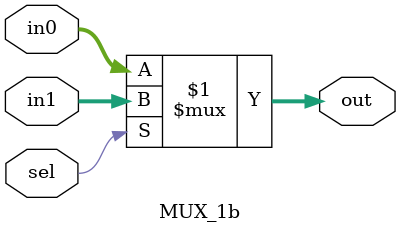
<source format=v>
`timescale 1ns / 1ps


//1b-SELECT MUX
module MUX_1b #(parameter WL=32)
(input[WL-1:0] in0, in1, input sel, output[WL-1:0] out);

    assign out = sel? in1:in0;
endmodule

</source>
